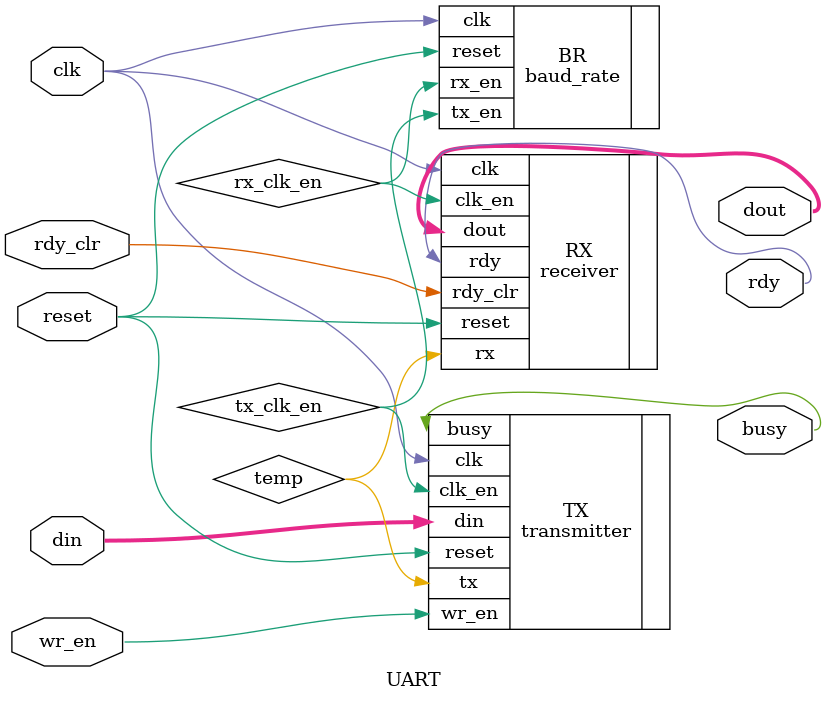
<source format=sv>
`include "design_Baud_rate.sv"
`include "design_Sender.sv"
`include "design_receiver.sv"

module UART (input clk, reset, wr_en, input [7:0]din, input rdy_clr, output [7:0]dout, output busy, output rdy);

wire tx_clk_en;
wire rx_clk_en;

wire temp;

baud_rate BR(.clk(clk), .reset(reset), .tx_en(tx_clk_en), .rx_en(rx_clk_en));
transmitter TX(.clk(clk), .wr_en(wr_en),.clk_en(tx_clk_en), .reset(reset), .din(din), .tx(temp), .busy(busy));
receiver RX(.clk(clk), .rdy_clr(rdy_clr), .reset(reset), .rx(temp), .clk_en(rx_clk_en), .rdy(rdy), .dout(dout));

endmodule

</source>
